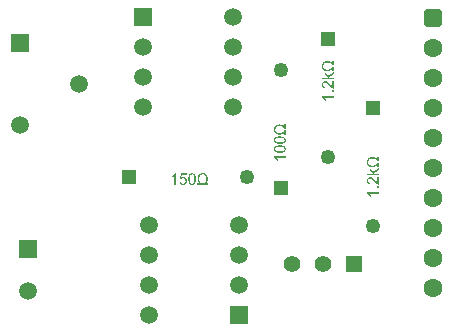
<source format=gbr>
%TF.GenerationSoftware,Altium Limited,Altium Designer,24.10.1 (45)*%
G04 Layer_Physical_Order=1*
G04 Layer_Color=255*
%FSLAX45Y45*%
%MOMM*%
%TF.SameCoordinates,84579A9D-6CBE-44F1-8994-53D447095AA9*%
%TF.FilePolarity,Positive*%
%TF.FileFunction,Copper,L1,Top,Signal*%
%TF.Part,Single*%
G01*
G75*
%TA.AperFunction,Conductor*%
%ADD10C,0.50800*%
%TA.AperFunction,ComponentPad*%
%ADD11R,1.50000X1.50000*%
%ADD12C,1.50000*%
%ADD13R,1.25000X1.25000*%
%ADD14C,1.25000*%
%ADD15R,1.50800X1.50800*%
%ADD16C,1.50800*%
%ADD17R,1.25000X1.25000*%
%ADD18C,1.60000*%
G04:AMPARAMS|DCode=19|XSize=1.6mm|YSize=1.6mm|CornerRadius=0.4mm|HoleSize=0mm|Usage=FLASHONLY|Rotation=270.000|XOffset=0mm|YOffset=0mm|HoleType=Round|Shape=RoundedRectangle|*
%AMROUNDEDRECTD19*
21,1,1.60000,0.80000,0,0,270.0*
21,1,0.80000,1.60000,0,0,270.0*
1,1,0.80000,-0.40000,-0.40000*
1,1,0.80000,-0.40000,0.40000*
1,1,0.80000,0.40000,0.40000*
1,1,0.80000,0.40000,-0.40000*
%
%ADD19ROUNDEDRECTD19*%
%ADD20C,1.40000*%
%ADD21R,1.40000X1.40000*%
G36*
X2781300Y1794137D02*
X2770602D01*
X2770453Y1794434D01*
X2770007Y1795177D01*
X2769413Y1796365D01*
X2768373Y1797851D01*
X2767184Y1799634D01*
X2765549Y1801566D01*
X2763766Y1803646D01*
X2761538Y1805875D01*
X2758863Y1808104D01*
X2756040Y1810184D01*
X2752771Y1812116D01*
X2749056Y1813899D01*
X2745044Y1815385D01*
X2740735Y1816574D01*
X2735831Y1817317D01*
X2730631Y1817614D01*
X2730482D01*
X2729888D01*
X2728996D01*
X2727956Y1817465D01*
X2726470Y1817317D01*
X2724836Y1817168D01*
X2723053Y1816871D01*
X2721121Y1816574D01*
X2716812Y1815534D01*
X2714583Y1814939D01*
X2712354Y1814048D01*
X2710125Y1813008D01*
X2707897Y1811967D01*
X2705816Y1810630D01*
X2703736Y1809144D01*
X2703587Y1808996D01*
X2703290Y1808698D01*
X2702696Y1808253D01*
X2702102Y1807658D01*
X2701210Y1806767D01*
X2700318Y1805875D01*
X2699427Y1804687D01*
X2698387Y1803349D01*
X2697347Y1801863D01*
X2696455Y1800229D01*
X2694672Y1796514D01*
X2694078Y1794434D01*
X2693483Y1792205D01*
X2693186Y1789976D01*
X2693038Y1787450D01*
Y1786113D01*
X2693186Y1785221D01*
X2693335Y1784032D01*
X2693632Y1782695D01*
X2693929Y1781209D01*
X2694375Y1779575D01*
X2694969Y1777792D01*
X2695712Y1776009D01*
X2696455Y1774226D01*
X2697495Y1772442D01*
X2698833Y1770511D01*
X2700170Y1768728D01*
X2701804Y1767093D01*
X2703736Y1765459D01*
X2703885Y1765310D01*
X2704182Y1765162D01*
X2704776Y1764716D01*
X2705668Y1764121D01*
X2706708Y1763527D01*
X2707897Y1762933D01*
X2709382Y1762190D01*
X2711017Y1761447D01*
X2712800Y1760555D01*
X2714880Y1759812D01*
X2716961Y1759218D01*
X2719338Y1758624D01*
X2724390Y1757583D01*
X2727065Y1757435D01*
X2729888Y1757286D01*
X2730036D01*
X2730185D01*
X2730631D01*
X2731225D01*
X2732711Y1757435D01*
X2734643Y1757732D01*
X2737020Y1758029D01*
X2739843Y1758475D01*
X2742815Y1759218D01*
X2745936Y1760258D01*
X2749353Y1761447D01*
X2752771Y1763081D01*
X2756188Y1764864D01*
X2759457Y1767242D01*
X2762578Y1769916D01*
X2765549Y1773037D01*
X2768224Y1776603D01*
X2770602Y1780764D01*
X2781300D01*
Y1742873D01*
X2769859D01*
Y1764121D01*
X2769710Y1763973D01*
X2769116Y1763230D01*
X2768075Y1762190D01*
X2766887Y1761001D01*
X2765252Y1759367D01*
X2763321Y1757732D01*
X2760943Y1755949D01*
X2758417Y1754017D01*
X2755594Y1752086D01*
X2752325Y1750303D01*
X2749056Y1748668D01*
X2745341Y1747034D01*
X2741478Y1745845D01*
X2737317Y1744805D01*
X2733008Y1744210D01*
X2728551Y1743913D01*
X2728402D01*
X2727956D01*
X2727213D01*
X2726322Y1744062D01*
X2725133D01*
X2723796Y1744210D01*
X2722310Y1744359D01*
X2720675Y1744508D01*
X2716961Y1745251D01*
X2712949Y1746142D01*
X2708937Y1747331D01*
X2704925Y1749114D01*
X2704776D01*
X2704479Y1749411D01*
X2703885Y1749708D01*
X2703142Y1750154D01*
X2702250Y1750600D01*
X2701210Y1751343D01*
X2698833Y1752977D01*
X2696158Y1755206D01*
X2693483Y1757732D01*
X2690809Y1760704D01*
X2688283Y1764121D01*
X2688134Y1764270D01*
X2687985Y1764567D01*
X2687688Y1765162D01*
X2687243Y1765905D01*
X2686797Y1766796D01*
X2686351Y1767985D01*
X2685757Y1769322D01*
X2685162Y1770808D01*
X2684568Y1772442D01*
X2683974Y1774226D01*
X2683082Y1778237D01*
X2682339Y1782695D01*
X2682042Y1787599D01*
Y1788936D01*
X2682190Y1789828D01*
Y1791016D01*
X2682339Y1792354D01*
X2682488Y1793839D01*
X2682785Y1795474D01*
X2683379Y1799040D01*
X2684419Y1802903D01*
X2685757Y1806618D01*
X2687688Y1810184D01*
Y1810333D01*
X2687985Y1810630D01*
X2688283Y1811076D01*
X2688728Y1811670D01*
X2690066Y1813305D01*
X2691849Y1815385D01*
X2694078Y1817762D01*
X2696901Y1820288D01*
X2700170Y1822814D01*
X2703885Y1825043D01*
X2704033D01*
X2704330Y1825341D01*
X2704925Y1825638D01*
X2705668Y1825935D01*
X2706708Y1826381D01*
X2707897Y1826975D01*
X2709234Y1827421D01*
X2710868Y1828015D01*
X2712651Y1828609D01*
X2714435Y1829055D01*
X2718744Y1830095D01*
X2723350Y1830690D01*
X2728551Y1830987D01*
X2728848D01*
X2729591D01*
X2730928Y1830838D01*
X2732711Y1830690D01*
X2734791Y1830393D01*
X2737169Y1829947D01*
X2739992Y1829352D01*
X2742964Y1828461D01*
X2746084Y1827421D01*
X2749353Y1826083D01*
X2752771Y1824449D01*
X2756337Y1822517D01*
X2759754Y1820140D01*
X2763321Y1817465D01*
X2766590Y1814345D01*
X2769859Y1810779D01*
Y1832027D01*
X2781300D01*
Y1794137D01*
D02*
G37*
G36*
X2737466Y1729797D02*
X2739100D01*
X2741032Y1729649D01*
X2743112Y1729500D01*
X2747570Y1729054D01*
X2752176Y1728460D01*
X2756783Y1727568D01*
X2758863Y1726974D01*
X2760943Y1726380D01*
X2761092D01*
X2761389Y1726231D01*
X2761983Y1726082D01*
X2762726Y1725785D01*
X2763618Y1725339D01*
X2764509Y1724894D01*
X2766887Y1723705D01*
X2769561Y1722219D01*
X2772236Y1720436D01*
X2774911Y1718356D01*
X2777288Y1715830D01*
Y1715681D01*
X2777585Y1715533D01*
X2777734Y1715087D01*
X2778180Y1714641D01*
X2779071Y1713006D01*
X2780111Y1711075D01*
X2781151Y1708400D01*
X2782043Y1705428D01*
X2782637Y1702011D01*
X2782934Y1698147D01*
Y1696810D01*
X2782786Y1695770D01*
X2782637Y1694581D01*
X2782340Y1693244D01*
X2782043Y1691758D01*
X2781746Y1690124D01*
X2780557Y1686557D01*
X2779666Y1684626D01*
X2778774Y1682843D01*
X2777585Y1680911D01*
X2776248Y1679128D01*
X2774762Y1677493D01*
X2772979Y1675859D01*
X2772830Y1675710D01*
X2772385Y1675413D01*
X2771642Y1674967D01*
X2770602Y1674373D01*
X2769264Y1673630D01*
X2767630Y1672887D01*
X2765698Y1671996D01*
X2763321Y1671104D01*
X2760795Y1670213D01*
X2757823Y1669321D01*
X2754554Y1668578D01*
X2750988Y1667835D01*
X2746976Y1667241D01*
X2742815Y1666795D01*
X2738060Y1666498D01*
X2733157Y1666349D01*
X2733008D01*
X2732414D01*
X2731522D01*
X2730334D01*
X2728848Y1666498D01*
X2727213D01*
X2725282Y1666646D01*
X2723201Y1666795D01*
X2718744Y1667241D01*
X2714137Y1667835D01*
X2709531Y1668578D01*
X2707451Y1669172D01*
X2705371Y1669767D01*
X2705222D01*
X2704925Y1669915D01*
X2704330Y1670213D01*
X2703587Y1670510D01*
X2702696Y1670807D01*
X2701656Y1671253D01*
X2699278Y1672441D01*
X2696604Y1673927D01*
X2693929Y1675710D01*
X2691403Y1677791D01*
X2689026Y1680317D01*
Y1680465D01*
X2688728Y1680614D01*
X2688431Y1681060D01*
X2688134Y1681654D01*
X2687243Y1683140D01*
X2686054Y1685220D01*
X2685014Y1687746D01*
X2684122Y1690867D01*
X2683528Y1694284D01*
X2683231Y1698147D01*
Y1699485D01*
X2683379Y1700971D01*
X2683676Y1702754D01*
X2683974Y1704834D01*
X2684568Y1707211D01*
X2685459Y1709589D01*
X2686500Y1711818D01*
X2686648Y1712115D01*
X2687094Y1712858D01*
X2687837Y1713898D01*
X2688728Y1715384D01*
X2690066Y1716870D01*
X2691700Y1718504D01*
X2693483Y1720139D01*
X2695564Y1721625D01*
X2695861Y1721773D01*
X2696604Y1722219D01*
X2697941Y1722962D01*
X2699575Y1723854D01*
X2701656Y1724745D01*
X2704182Y1725785D01*
X2707005Y1726825D01*
X2710125Y1727717D01*
X2710274D01*
X2710571Y1727865D01*
X2711017D01*
X2711760Y1728014D01*
X2712503Y1728311D01*
X2713543Y1728460D01*
X2714880Y1728608D01*
X2716218Y1728906D01*
X2717852Y1729054D01*
X2719487Y1729203D01*
X2721418Y1729500D01*
X2723498Y1729649D01*
X2725727Y1729797D01*
X2727956D01*
X2733157Y1729946D01*
X2733305D01*
X2733900D01*
X2734791D01*
X2735980D01*
X2737466Y1729797D01*
D02*
G37*
G36*
Y1654016D02*
X2739100D01*
X2741032Y1653868D01*
X2743112Y1653719D01*
X2747570Y1653273D01*
X2752176Y1652679D01*
X2756783Y1651787D01*
X2758863Y1651193D01*
X2760943Y1650599D01*
X2761092D01*
X2761389Y1650450D01*
X2761983Y1650301D01*
X2762726Y1650004D01*
X2763618Y1649559D01*
X2764509Y1649113D01*
X2766887Y1647924D01*
X2769561Y1646438D01*
X2772236Y1644655D01*
X2774911Y1642575D01*
X2777288Y1640049D01*
Y1639900D01*
X2777585Y1639752D01*
X2777734Y1639306D01*
X2778180Y1638860D01*
X2779071Y1637226D01*
X2780111Y1635294D01*
X2781151Y1632619D01*
X2782043Y1629647D01*
X2782637Y1626230D01*
X2782934Y1622367D01*
Y1621029D01*
X2782786Y1619989D01*
X2782637Y1618800D01*
X2782340Y1617463D01*
X2782043Y1615977D01*
X2781746Y1614343D01*
X2780557Y1610777D01*
X2779666Y1608845D01*
X2778774Y1607062D01*
X2777585Y1605130D01*
X2776248Y1603347D01*
X2774762Y1601713D01*
X2772979Y1600078D01*
X2772830Y1599929D01*
X2772385Y1599632D01*
X2771642Y1599187D01*
X2770602Y1598592D01*
X2769264Y1597849D01*
X2767630Y1597106D01*
X2765698Y1596215D01*
X2763321Y1595323D01*
X2760795Y1594432D01*
X2757823Y1593540D01*
X2754554Y1592797D01*
X2750988Y1592054D01*
X2746976Y1591460D01*
X2742815Y1591014D01*
X2738060Y1590717D01*
X2733157Y1590568D01*
X2733008D01*
X2732414D01*
X2731522D01*
X2730334D01*
X2728848Y1590717D01*
X2727213D01*
X2725282Y1590865D01*
X2723201Y1591014D01*
X2718744Y1591460D01*
X2714137Y1592054D01*
X2709531Y1592797D01*
X2707451Y1593392D01*
X2705371Y1593986D01*
X2705222D01*
X2704925Y1594134D01*
X2704330Y1594432D01*
X2703587Y1594729D01*
X2702696Y1595026D01*
X2701656Y1595472D01*
X2699278Y1596661D01*
X2696604Y1598146D01*
X2693929Y1599929D01*
X2691403Y1602010D01*
X2689026Y1604536D01*
Y1604684D01*
X2688728Y1604833D01*
X2688431Y1605279D01*
X2688134Y1605873D01*
X2687243Y1607359D01*
X2686054Y1609439D01*
X2685014Y1611965D01*
X2684122Y1615086D01*
X2683528Y1618503D01*
X2683231Y1622367D01*
Y1623704D01*
X2683379Y1625190D01*
X2683676Y1626973D01*
X2683974Y1629053D01*
X2684568Y1631431D01*
X2685459Y1633808D01*
X2686500Y1636037D01*
X2686648Y1636334D01*
X2687094Y1637077D01*
X2687837Y1638117D01*
X2688728Y1639603D01*
X2690066Y1641089D01*
X2691700Y1642723D01*
X2693483Y1644358D01*
X2695564Y1645844D01*
X2695861Y1645992D01*
X2696604Y1646438D01*
X2697941Y1647181D01*
X2699575Y1648073D01*
X2701656Y1648964D01*
X2704182Y1650004D01*
X2707005Y1651044D01*
X2710125Y1651936D01*
X2710274D01*
X2710571Y1652085D01*
X2711017D01*
X2711760Y1652233D01*
X2712503Y1652530D01*
X2713543Y1652679D01*
X2714880Y1652828D01*
X2716218Y1653125D01*
X2717852Y1653273D01*
X2719487Y1653422D01*
X2721418Y1653719D01*
X2723498Y1653868D01*
X2725727Y1654016D01*
X2727956D01*
X2733157Y1654165D01*
X2733305D01*
X2733900D01*
X2734791D01*
X2735980D01*
X2737466Y1654016D01*
D02*
G37*
G36*
X2781300Y1547923D02*
X2704925D01*
X2705073Y1547774D01*
X2705668Y1547180D01*
X2706411Y1546140D01*
X2707451Y1544803D01*
X2708788Y1543168D01*
X2710125Y1541236D01*
X2711760Y1539008D01*
X2713246Y1536482D01*
Y1536333D01*
X2713394Y1536184D01*
X2713989Y1535293D01*
X2714732Y1533956D01*
X2715623Y1532321D01*
X2716663Y1530389D01*
X2717555Y1528309D01*
X2718595Y1526080D01*
X2719487Y1524000D01*
X2707748D01*
Y1524149D01*
X2707599Y1524446D01*
X2707302Y1525040D01*
X2706856Y1525634D01*
X2706411Y1526526D01*
X2705965Y1527566D01*
X2704628Y1529944D01*
X2702993Y1532618D01*
X2701061Y1535590D01*
X2698833Y1538562D01*
X2696455Y1541385D01*
X2696307Y1541534D01*
X2696158Y1541682D01*
X2695266Y1542574D01*
X2693929Y1543911D01*
X2692295Y1545546D01*
X2690214Y1547329D01*
X2687985Y1549112D01*
X2685608Y1550746D01*
X2683231Y1552084D01*
Y1559959D01*
X2781300D01*
Y1547923D01*
D02*
G37*
G36*
X3568700Y1519649D02*
X3558002D01*
X3557853Y1519946D01*
X3557407Y1520689D01*
X3556813Y1521878D01*
X3555773Y1523364D01*
X3554584Y1525147D01*
X3552949Y1527078D01*
X3551166Y1529159D01*
X3548938Y1531388D01*
X3546263Y1533616D01*
X3543440Y1535697D01*
X3540171Y1537628D01*
X3536456Y1539411D01*
X3532444Y1540897D01*
X3528135Y1542086D01*
X3523231Y1542829D01*
X3518031Y1543126D01*
X3517882D01*
X3517288D01*
X3516396D01*
X3515356Y1542978D01*
X3513870Y1542829D01*
X3512236Y1542680D01*
X3510453Y1542383D01*
X3508521Y1542086D01*
X3504212Y1541046D01*
X3501983Y1540452D01*
X3499754Y1539560D01*
X3497525Y1538520D01*
X3495297Y1537480D01*
X3493216Y1536142D01*
X3491136Y1534657D01*
X3490987Y1534508D01*
X3490690Y1534211D01*
X3490096Y1533765D01*
X3489502Y1533171D01*
X3488610Y1532279D01*
X3487718Y1531388D01*
X3486827Y1530199D01*
X3485787Y1528862D01*
X3484747Y1527376D01*
X3483855Y1525741D01*
X3482072Y1522026D01*
X3481478Y1519946D01*
X3480883Y1517717D01*
X3480586Y1515488D01*
X3480438Y1512962D01*
Y1511625D01*
X3480586Y1510734D01*
X3480735Y1509545D01*
X3481032Y1508208D01*
X3481329Y1506722D01*
X3481775Y1505087D01*
X3482369Y1503304D01*
X3483112Y1501521D01*
X3483855Y1499738D01*
X3484895Y1497955D01*
X3486233Y1496023D01*
X3487570Y1494240D01*
X3489204Y1492606D01*
X3491136Y1490971D01*
X3491285Y1490823D01*
X3491582Y1490674D01*
X3492176Y1490228D01*
X3493068Y1489634D01*
X3494108Y1489039D01*
X3495297Y1488445D01*
X3496782Y1487702D01*
X3498417Y1486959D01*
X3500200Y1486068D01*
X3502280Y1485325D01*
X3504361Y1484730D01*
X3506738Y1484136D01*
X3511790Y1483096D01*
X3514465Y1482947D01*
X3517288Y1482799D01*
X3517436D01*
X3517585D01*
X3518031D01*
X3518625D01*
X3520111Y1482947D01*
X3522043Y1483244D01*
X3524420Y1483542D01*
X3527243Y1483987D01*
X3530215Y1484730D01*
X3533336Y1485770D01*
X3536753Y1486959D01*
X3540171Y1488594D01*
X3543588Y1490377D01*
X3546857Y1492754D01*
X3549978Y1495429D01*
X3552949Y1498549D01*
X3555624Y1502115D01*
X3558002Y1506276D01*
X3568700D01*
Y1468385D01*
X3557259D01*
Y1489634D01*
X3557110Y1489485D01*
X3556516Y1488742D01*
X3555475Y1487702D01*
X3554287Y1486513D01*
X3552652Y1484879D01*
X3550721Y1483244D01*
X3548343Y1481461D01*
X3545817Y1479530D01*
X3542994Y1477598D01*
X3539725Y1475815D01*
X3536456Y1474180D01*
X3532741Y1472546D01*
X3528878Y1471357D01*
X3524717Y1470317D01*
X3520408Y1469723D01*
X3515951Y1469426D01*
X3515802D01*
X3515356D01*
X3514613D01*
X3513722Y1469574D01*
X3512533D01*
X3511196Y1469723D01*
X3509710Y1469871D01*
X3508075Y1470020D01*
X3504361Y1470763D01*
X3500349Y1471654D01*
X3496337Y1472843D01*
X3492325Y1474626D01*
X3492176D01*
X3491879Y1474923D01*
X3491285Y1475221D01*
X3490542Y1475666D01*
X3489650Y1476112D01*
X3488610Y1476855D01*
X3486233Y1478490D01*
X3483558Y1480718D01*
X3480883Y1483244D01*
X3478209Y1486216D01*
X3475683Y1489634D01*
X3475534Y1489782D01*
X3475385Y1490080D01*
X3475088Y1490674D01*
X3474643Y1491417D01*
X3474197Y1492308D01*
X3473751Y1493497D01*
X3473157Y1494834D01*
X3472562Y1496320D01*
X3471968Y1497955D01*
X3471374Y1499738D01*
X3470482Y1503750D01*
X3469739Y1508208D01*
X3469442Y1513111D01*
Y1514448D01*
X3469590Y1515340D01*
Y1516529D01*
X3469739Y1517866D01*
X3469888Y1519352D01*
X3470185Y1520986D01*
X3470779Y1524552D01*
X3471819Y1528416D01*
X3473157Y1532131D01*
X3475088Y1535697D01*
Y1535845D01*
X3475385Y1536142D01*
X3475683Y1536588D01*
X3476128Y1537183D01*
X3477466Y1538817D01*
X3479249Y1540897D01*
X3481478Y1543275D01*
X3484301Y1545801D01*
X3487570Y1548327D01*
X3491285Y1550556D01*
X3491433D01*
X3491730Y1550853D01*
X3492325Y1551150D01*
X3493068Y1551447D01*
X3494108Y1551893D01*
X3495297Y1552487D01*
X3496634Y1552933D01*
X3498268Y1553528D01*
X3500051Y1554122D01*
X3501835Y1554568D01*
X3506144Y1555608D01*
X3510750Y1556202D01*
X3515951Y1556499D01*
X3516248D01*
X3516991D01*
X3518328Y1556351D01*
X3520111Y1556202D01*
X3522191Y1555905D01*
X3524569Y1555459D01*
X3527392Y1554865D01*
X3530364Y1553973D01*
X3533484Y1552933D01*
X3536753Y1551596D01*
X3540171Y1549961D01*
X3543737Y1548030D01*
X3547154Y1545652D01*
X3550721Y1542978D01*
X3553990Y1539857D01*
X3557259Y1536291D01*
Y1557539D01*
X3568700D01*
Y1519649D01*
D02*
G37*
G36*
Y1446543D02*
X3532593Y1423065D01*
X3540616Y1414744D01*
X3568700D01*
Y1402709D01*
X3471076D01*
Y1414744D01*
X3526649D01*
X3497971Y1443125D01*
Y1458727D01*
X3524272Y1431684D01*
X3568700Y1461402D01*
Y1446543D01*
D02*
G37*
G36*
Y1322024D02*
X3568551D01*
X3567957D01*
X3567066D01*
X3566025Y1322173D01*
X3564837Y1322321D01*
X3563499Y1322470D01*
X3562013Y1322916D01*
X3560528Y1323362D01*
X3560379D01*
X3560230Y1323510D01*
X3559339Y1323807D01*
X3558150Y1324402D01*
X3556367Y1325293D01*
X3554435Y1326333D01*
X3552207Y1327819D01*
X3549978Y1329305D01*
X3547600Y1331237D01*
X3547452D01*
X3547303Y1331534D01*
X3546411Y1332277D01*
X3545074Y1333466D01*
X3543291Y1335249D01*
X3541211Y1337478D01*
X3538685Y1340152D01*
X3535862Y1343421D01*
X3532741Y1346987D01*
X3532593Y1347136D01*
X3532147Y1347730D01*
X3531553Y1348473D01*
X3530512Y1349513D01*
X3529472Y1350851D01*
X3528135Y1352337D01*
X3525312Y1355606D01*
X3521894Y1359172D01*
X3518477Y1362738D01*
X3516842Y1364521D01*
X3515208Y1366007D01*
X3513573Y1367344D01*
X3512087Y1368533D01*
X3511939D01*
X3511790Y1368830D01*
X3511344Y1369127D01*
X3510750Y1369424D01*
X3509264Y1370316D01*
X3507332Y1371356D01*
X3505103Y1372396D01*
X3502726Y1373288D01*
X3500051Y1373882D01*
X3497525Y1374179D01*
X3497377D01*
X3497228D01*
X3496337Y1374031D01*
X3494999Y1373882D01*
X3493365Y1373585D01*
X3491433Y1372842D01*
X3489502Y1371951D01*
X3487421Y1370762D01*
X3485490Y1368979D01*
X3485341Y1368682D01*
X3484747Y1368087D01*
X3484004Y1366898D01*
X3482964Y1365413D01*
X3482072Y1363481D01*
X3481329Y1361252D01*
X3480735Y1358577D01*
X3480586Y1355606D01*
Y1354714D01*
X3480735Y1354120D01*
X3480883Y1352634D01*
X3481180Y1350702D01*
X3481923Y1348473D01*
X3482815Y1346096D01*
X3484152Y1343867D01*
X3485935Y1341787D01*
X3486233Y1341638D01*
X3486827Y1341044D01*
X3488016Y1340152D01*
X3489650Y1339261D01*
X3491730Y1338221D01*
X3494108Y1337478D01*
X3496931Y1336883D01*
X3500200Y1336586D01*
X3498863Y1324253D01*
X3498714D01*
X3498268D01*
X3497525Y1324402D01*
X3496634Y1324550D01*
X3495445Y1324847D01*
X3494108Y1324996D01*
X3491136Y1325888D01*
X3487718Y1327076D01*
X3484301Y1328711D01*
X3480883Y1330940D01*
X3479397Y1332128D01*
X3477912Y1333614D01*
X3477763Y1333763D01*
X3477614Y1334060D01*
X3477169Y1334506D01*
X3476723Y1335100D01*
X3476277Y1335992D01*
X3475534Y1337032D01*
X3474940Y1338221D01*
X3474197Y1339558D01*
X3473602Y1341044D01*
X3472859Y1342678D01*
X3472265Y1344610D01*
X3471819Y1346542D01*
X3470928Y1350999D01*
X3470779Y1353377D01*
X3470631Y1355903D01*
Y1357240D01*
X3470779Y1358280D01*
X3470928Y1359469D01*
X3471076Y1360806D01*
X3471225Y1362292D01*
X3471671Y1363927D01*
X3472562Y1367493D01*
X3473900Y1371208D01*
X3474791Y1373139D01*
X3475831Y1374922D01*
X3477169Y1376557D01*
X3478506Y1378191D01*
X3478654Y1378340D01*
X3478803Y1378488D01*
X3479249Y1378934D01*
X3479843Y1379529D01*
X3480735Y1380123D01*
X3481626Y1380866D01*
X3483855Y1382352D01*
X3486678Y1383838D01*
X3489947Y1385175D01*
X3493662Y1386215D01*
X3495742Y1386364D01*
X3497823Y1386512D01*
X3498120D01*
X3498863D01*
X3500051Y1386364D01*
X3501537Y1386215D01*
X3503320Y1385918D01*
X3505252Y1385472D01*
X3507332Y1384878D01*
X3509413Y1383986D01*
X3509710Y1383838D01*
X3510453Y1383541D01*
X3511493Y1382946D01*
X3512979Y1382055D01*
X3514762Y1381015D01*
X3516842Y1379677D01*
X3518922Y1377894D01*
X3521300Y1375962D01*
X3521597Y1375665D01*
X3522489Y1374922D01*
X3523826Y1373585D01*
X3524717Y1372693D01*
X3525757Y1371653D01*
X3526946Y1370465D01*
X3528284Y1368979D01*
X3529621Y1367493D01*
X3531255Y1365858D01*
X3532890Y1364075D01*
X3534673Y1361995D01*
X3536456Y1359915D01*
X3538536Y1357537D01*
X3538685Y1357389D01*
X3538982Y1357092D01*
X3539428Y1356497D01*
X3540022Y1355754D01*
X3541508Y1353971D01*
X3543440Y1351742D01*
X3545520Y1349513D01*
X3547600Y1347136D01*
X3549383Y1345204D01*
X3550126Y1344461D01*
X3550869Y1343718D01*
X3551018Y1343570D01*
X3551464Y1343273D01*
X3552058Y1342678D01*
X3552949Y1341935D01*
X3554881Y1340301D01*
X3557259Y1338666D01*
Y1386661D01*
X3568700D01*
Y1322024D01*
D02*
G37*
G36*
Y1292455D02*
X3555030D01*
Y1306125D01*
X3568700D01*
Y1292455D01*
D02*
G37*
G36*
Y1243123D02*
X3492325D01*
X3492473Y1242974D01*
X3493068Y1242380D01*
X3493811Y1241340D01*
X3494851Y1240003D01*
X3496188Y1238368D01*
X3497525Y1236436D01*
X3499160Y1234208D01*
X3500646Y1231682D01*
Y1231533D01*
X3500794Y1231384D01*
X3501389Y1230493D01*
X3502132Y1229156D01*
X3503023Y1227521D01*
X3504063Y1225589D01*
X3504955Y1223509D01*
X3505995Y1221280D01*
X3506887Y1219200D01*
X3495148D01*
Y1219349D01*
X3494999Y1219646D01*
X3494702Y1220240D01*
X3494256Y1220834D01*
X3493811Y1221726D01*
X3493365Y1222766D01*
X3492028Y1225144D01*
X3490393Y1227818D01*
X3488461Y1230790D01*
X3486233Y1233762D01*
X3483855Y1236585D01*
X3483707Y1236734D01*
X3483558Y1236882D01*
X3482666Y1237774D01*
X3481329Y1239111D01*
X3479695Y1240746D01*
X3477614Y1242529D01*
X3475385Y1244312D01*
X3473008Y1245946D01*
X3470631Y1247284D01*
Y1255159D01*
X3568700D01*
Y1243123D01*
D02*
G37*
G36*
X1942699Y1405496D02*
X1903768D01*
X1898419Y1379196D01*
X1898567Y1379344D01*
X1898865Y1379493D01*
X1899310Y1379790D01*
X1899905Y1380236D01*
X1900796Y1380682D01*
X1901688Y1381128D01*
X1904065Y1382316D01*
X1906740Y1383505D01*
X1909860Y1384397D01*
X1913278Y1385139D01*
X1916844Y1385437D01*
X1918033D01*
X1918924Y1385288D01*
X1920113Y1385139D01*
X1921302Y1384991D01*
X1922788Y1384694D01*
X1924274Y1384397D01*
X1927691Y1383208D01*
X1929474Y1382613D01*
X1931257Y1381722D01*
X1933189Y1380682D01*
X1934972Y1379493D01*
X1936755Y1378156D01*
X1938390Y1376521D01*
X1938538Y1376373D01*
X1938835Y1376075D01*
X1939281Y1375630D01*
X1939727Y1374887D01*
X1940470Y1373995D01*
X1941213Y1372955D01*
X1941956Y1371766D01*
X1942847Y1370429D01*
X1943739Y1368795D01*
X1944482Y1367160D01*
X1945225Y1365228D01*
X1945968Y1363297D01*
X1946413Y1361068D01*
X1946859Y1358839D01*
X1947156Y1356313D01*
X1947305Y1353787D01*
Y1353638D01*
Y1353193D01*
Y1352450D01*
X1947156Y1351558D01*
X1947008Y1350369D01*
X1946859Y1349032D01*
X1946711Y1347546D01*
X1946413Y1345912D01*
X1945373Y1342346D01*
X1944036Y1338631D01*
X1943144Y1336551D01*
X1942104Y1334619D01*
X1940916Y1332687D01*
X1939578Y1330904D01*
X1939430Y1330756D01*
X1939133Y1330458D01*
X1938538Y1329864D01*
X1937795Y1329121D01*
X1936904Y1328229D01*
X1935715Y1327189D01*
X1934378Y1326149D01*
X1932743Y1325109D01*
X1931109Y1323920D01*
X1929177Y1322880D01*
X1926948Y1321840D01*
X1924719Y1320949D01*
X1922193Y1320206D01*
X1919667Y1319611D01*
X1916844Y1319314D01*
X1913872Y1319166D01*
X1912535D01*
X1911643Y1319314D01*
X1910603Y1319463D01*
X1909266Y1319611D01*
X1907780Y1319760D01*
X1906146Y1320057D01*
X1902728Y1320949D01*
X1899162Y1322286D01*
X1897379Y1323177D01*
X1895596Y1324218D01*
X1893813Y1325258D01*
X1892178Y1326595D01*
X1892029Y1326744D01*
X1891881Y1326892D01*
X1891435Y1327338D01*
X1890841Y1327932D01*
X1890246Y1328675D01*
X1889503Y1329567D01*
X1888761Y1330607D01*
X1887869Y1331796D01*
X1886234Y1334619D01*
X1884600Y1338036D01*
X1883411Y1341900D01*
X1882965Y1344129D01*
X1882668Y1346357D01*
X1895298Y1347249D01*
Y1347100D01*
Y1346803D01*
X1895447Y1346357D01*
X1895596Y1345763D01*
X1896041Y1344129D01*
X1896636Y1342048D01*
X1897379Y1339820D01*
X1898567Y1337591D01*
X1899905Y1335362D01*
X1901688Y1333430D01*
X1901985Y1333282D01*
X1902579Y1332687D01*
X1903620Y1332093D01*
X1905105Y1331201D01*
X1906888Y1330458D01*
X1908969Y1329715D01*
X1911346Y1329121D01*
X1913872Y1328972D01*
X1914764D01*
X1915358Y1329121D01*
X1916993Y1329270D01*
X1919073Y1329715D01*
X1921302Y1330607D01*
X1923828Y1331647D01*
X1926205Y1333282D01*
X1927394Y1334173D01*
X1928583Y1335362D01*
Y1335510D01*
X1928880Y1335659D01*
X1929474Y1336551D01*
X1930514Y1338036D01*
X1931554Y1339968D01*
X1932595Y1342494D01*
X1933635Y1345466D01*
X1934229Y1348884D01*
X1934526Y1352747D01*
Y1352895D01*
Y1353193D01*
Y1353787D01*
X1934378Y1354381D01*
Y1355273D01*
X1934229Y1356313D01*
X1933783Y1358690D01*
X1933189Y1361216D01*
X1932149Y1363891D01*
X1930663Y1366566D01*
X1928731Y1368943D01*
X1928434Y1369240D01*
X1927691Y1369835D01*
X1926502Y1370875D01*
X1924719Y1371915D01*
X1922639Y1372955D01*
X1919964Y1373995D01*
X1916993Y1374590D01*
X1913724Y1374887D01*
X1912683D01*
X1911643Y1374738D01*
X1910157Y1374590D01*
X1908523Y1374144D01*
X1906740Y1373698D01*
X1904957Y1372955D01*
X1903174Y1372064D01*
X1903025Y1371915D01*
X1902431Y1371618D01*
X1901539Y1371023D01*
X1900499Y1370280D01*
X1899459Y1369240D01*
X1898270Y1368052D01*
X1897082Y1366714D01*
X1896041Y1365228D01*
X1884749Y1366863D01*
X1894258Y1416938D01*
X1942699D01*
Y1405496D01*
D02*
G37*
G36*
X2081928Y1419910D02*
X2083116D01*
X2084454Y1419761D01*
X2085939Y1419612D01*
X2087574Y1419315D01*
X2091140Y1418721D01*
X2095003Y1417681D01*
X2098718Y1416343D01*
X2102284Y1414412D01*
X2102433D01*
X2102730Y1414115D01*
X2103176Y1413817D01*
X2103770Y1413372D01*
X2105405Y1412034D01*
X2107485Y1410251D01*
X2109862Y1408022D01*
X2112388Y1405199D01*
X2114914Y1401930D01*
X2117143Y1398215D01*
Y1398067D01*
X2117441Y1397770D01*
X2117738Y1397175D01*
X2118035Y1396432D01*
X2118481Y1395392D01*
X2119075Y1394203D01*
X2119521Y1392866D01*
X2120115Y1391232D01*
X2120709Y1389449D01*
X2121155Y1387665D01*
X2122195Y1383356D01*
X2122790Y1378750D01*
X2123087Y1373549D01*
Y1373252D01*
Y1372509D01*
X2122938Y1371172D01*
X2122790Y1369389D01*
X2122493Y1367309D01*
X2122047Y1364931D01*
X2121452Y1362108D01*
X2120561Y1359136D01*
X2119521Y1356016D01*
X2118183Y1352747D01*
X2116549Y1349329D01*
X2114617Y1345763D01*
X2112240Y1342346D01*
X2109565Y1338779D01*
X2106445Y1335510D01*
X2102879Y1332241D01*
X2124127D01*
Y1320800D01*
X2086237D01*
Y1331498D01*
X2086534Y1331647D01*
X2087277Y1332093D01*
X2088465Y1332687D01*
X2089951Y1333727D01*
X2091734Y1334916D01*
X2093666Y1336551D01*
X2095746Y1338334D01*
X2097975Y1340562D01*
X2100204Y1343237D01*
X2102284Y1346060D01*
X2104216Y1349329D01*
X2105999Y1353044D01*
X2107485Y1357056D01*
X2108674Y1361365D01*
X2109417Y1366269D01*
X2109714Y1371469D01*
Y1371618D01*
Y1372212D01*
Y1373104D01*
X2109565Y1374144D01*
X2109417Y1375630D01*
X2109268Y1377264D01*
X2108971Y1379047D01*
X2108674Y1380979D01*
X2107634Y1385288D01*
X2107039Y1387517D01*
X2106148Y1389746D01*
X2105108Y1391975D01*
X2104067Y1394203D01*
X2102730Y1396284D01*
X2101244Y1398364D01*
X2101096Y1398513D01*
X2100798Y1398810D01*
X2100353Y1399404D01*
X2099758Y1399998D01*
X2098867Y1400890D01*
X2097975Y1401782D01*
X2096787Y1402673D01*
X2095449Y1403713D01*
X2093963Y1404753D01*
X2092329Y1405645D01*
X2088614Y1407428D01*
X2086534Y1408022D01*
X2084305Y1408617D01*
X2082076Y1408914D01*
X2079550Y1409062D01*
X2078213D01*
X2077321Y1408914D01*
X2076132Y1408765D01*
X2074795Y1408468D01*
X2073309Y1408171D01*
X2071675Y1407725D01*
X2069892Y1407131D01*
X2068109Y1406388D01*
X2066326Y1405645D01*
X2064542Y1404605D01*
X2062611Y1403267D01*
X2060828Y1401930D01*
X2059193Y1400296D01*
X2057559Y1398364D01*
X2057410Y1398215D01*
X2057262Y1397918D01*
X2056816Y1397324D01*
X2056221Y1396432D01*
X2055627Y1395392D01*
X2055033Y1394203D01*
X2054290Y1392718D01*
X2053547Y1391083D01*
X2052655Y1389300D01*
X2051912Y1387220D01*
X2051318Y1385139D01*
X2050724Y1382762D01*
X2049683Y1377710D01*
X2049535Y1375035D01*
X2049386Y1372212D01*
Y1372064D01*
Y1371915D01*
Y1371469D01*
Y1370875D01*
X2049535Y1369389D01*
X2049832Y1367457D01*
X2050129Y1365080D01*
X2050575Y1362257D01*
X2051318Y1359285D01*
X2052358Y1356164D01*
X2053547Y1352747D01*
X2055181Y1349329D01*
X2056964Y1345912D01*
X2059342Y1342643D01*
X2062016Y1339522D01*
X2065137Y1336551D01*
X2068703Y1333876D01*
X2072864Y1331498D01*
Y1320800D01*
X2034973D01*
Y1332241D01*
X2056221D01*
X2056073Y1332390D01*
X2055330Y1332984D01*
X2054290Y1334025D01*
X2053101Y1335213D01*
X2051467Y1336848D01*
X2049832Y1338779D01*
X2048049Y1341157D01*
X2046117Y1343683D01*
X2044186Y1346506D01*
X2042403Y1349775D01*
X2040768Y1353044D01*
X2039134Y1356759D01*
X2037945Y1360622D01*
X2036905Y1364783D01*
X2036310Y1369092D01*
X2036013Y1373549D01*
Y1373698D01*
Y1374144D01*
Y1374887D01*
X2036162Y1375778D01*
Y1376967D01*
X2036310Y1378304D01*
X2036459Y1379790D01*
X2036608Y1381425D01*
X2037351Y1385139D01*
X2038242Y1389151D01*
X2039431Y1393163D01*
X2041214Y1397175D01*
Y1397324D01*
X2041511Y1397621D01*
X2041808Y1398215D01*
X2042254Y1398958D01*
X2042700Y1399850D01*
X2043443Y1400890D01*
X2045077Y1403267D01*
X2047306Y1405942D01*
X2049832Y1408617D01*
X2052804Y1411291D01*
X2056221Y1413817D01*
X2056370Y1413966D01*
X2056667Y1414115D01*
X2057262Y1414412D01*
X2058005Y1414857D01*
X2058896Y1415303D01*
X2060085Y1415749D01*
X2061422Y1416343D01*
X2062908Y1416938D01*
X2064542Y1417532D01*
X2066326Y1418126D01*
X2070337Y1419018D01*
X2074795Y1419761D01*
X2079699Y1420058D01*
X2081036D01*
X2081928Y1419910D01*
D02*
G37*
G36*
X1852059Y1320800D02*
X1840023D01*
Y1397175D01*
X1839874Y1397027D01*
X1839280Y1396432D01*
X1838240Y1395689D01*
X1836903Y1394649D01*
X1835268Y1393312D01*
X1833336Y1391975D01*
X1831108Y1390340D01*
X1828582Y1388854D01*
X1828433D01*
X1828284Y1388706D01*
X1827393Y1388111D01*
X1826056Y1387368D01*
X1824421Y1386477D01*
X1822489Y1385437D01*
X1820409Y1384545D01*
X1818180Y1383505D01*
X1816100Y1382613D01*
Y1394352D01*
X1816249D01*
X1816546Y1394501D01*
X1817140Y1394798D01*
X1817734Y1395244D01*
X1818626Y1395689D01*
X1819666Y1396135D01*
X1822044Y1397472D01*
X1824718Y1399107D01*
X1827690Y1401039D01*
X1830662Y1403267D01*
X1833485Y1405645D01*
X1833634Y1405793D01*
X1833782Y1405942D01*
X1834674Y1406834D01*
X1836011Y1408171D01*
X1837646Y1409805D01*
X1839429Y1411886D01*
X1841212Y1414115D01*
X1842846Y1416492D01*
X1844184Y1418869D01*
X1852059D01*
Y1320800D01*
D02*
G37*
G36*
X1993071Y1418721D02*
X1994854Y1418424D01*
X1996934Y1418126D01*
X1999311Y1417532D01*
X2001689Y1416641D01*
X2003918Y1415600D01*
X2004215Y1415452D01*
X2004958Y1415006D01*
X2005998Y1414263D01*
X2007484Y1413372D01*
X2008970Y1412034D01*
X2010604Y1410400D01*
X2012239Y1408617D01*
X2013725Y1406536D01*
X2013873Y1406239D01*
X2014319Y1405496D01*
X2015062Y1404159D01*
X2015954Y1402524D01*
X2016845Y1400444D01*
X2017885Y1397918D01*
X2018925Y1395095D01*
X2019817Y1391975D01*
Y1391826D01*
X2019965Y1391529D01*
Y1391083D01*
X2020114Y1390340D01*
X2020411Y1389597D01*
X2020560Y1388557D01*
X2020708Y1387220D01*
X2021006Y1385882D01*
X2021154Y1384248D01*
X2021303Y1382613D01*
X2021600Y1380682D01*
X2021749Y1378602D01*
X2021897Y1376373D01*
Y1374144D01*
X2022046Y1368943D01*
Y1368795D01*
Y1368200D01*
Y1367309D01*
Y1366120D01*
X2021897Y1364634D01*
Y1363000D01*
X2021749Y1361068D01*
X2021600Y1358988D01*
X2021154Y1354530D01*
X2020560Y1349924D01*
X2019668Y1345317D01*
X2019074Y1343237D01*
X2018480Y1341157D01*
Y1341008D01*
X2018331Y1340711D01*
X2018182Y1340117D01*
X2017885Y1339374D01*
X2017439Y1338482D01*
X2016994Y1337591D01*
X2015805Y1335213D01*
X2014319Y1332539D01*
X2012536Y1329864D01*
X2010456Y1327189D01*
X2007930Y1324812D01*
X2007781D01*
X2007633Y1324515D01*
X2007187Y1324366D01*
X2006741Y1323920D01*
X2005106Y1323029D01*
X2003175Y1321989D01*
X2000500Y1320949D01*
X1997528Y1320057D01*
X1994111Y1319463D01*
X1990247Y1319166D01*
X1988910D01*
X1987870Y1319314D01*
X1986681Y1319463D01*
X1985344Y1319760D01*
X1983858Y1320057D01*
X1982224Y1320354D01*
X1978657Y1321543D01*
X1976726Y1322434D01*
X1974943Y1323326D01*
X1973011Y1324515D01*
X1971228Y1325852D01*
X1969593Y1327338D01*
X1967959Y1329121D01*
X1967810Y1329270D01*
X1967513Y1329715D01*
X1967067Y1330458D01*
X1966473Y1331498D01*
X1965730Y1332836D01*
X1964987Y1334470D01*
X1964096Y1336402D01*
X1963204Y1338779D01*
X1962313Y1341305D01*
X1961421Y1344277D01*
X1960678Y1347546D01*
X1959935Y1351112D01*
X1959341Y1355124D01*
X1958895Y1359285D01*
X1958598Y1364040D01*
X1958449Y1368943D01*
Y1369092D01*
Y1369686D01*
Y1370578D01*
Y1371766D01*
X1958598Y1373252D01*
Y1374887D01*
X1958746Y1376818D01*
X1958895Y1378899D01*
X1959341Y1383356D01*
X1959935Y1387963D01*
X1960678Y1392569D01*
X1961272Y1394649D01*
X1961867Y1396729D01*
Y1396878D01*
X1962015Y1397175D01*
X1962313Y1397770D01*
X1962610Y1398513D01*
X1962907Y1399404D01*
X1963353Y1400444D01*
X1964541Y1402822D01*
X1966027Y1405496D01*
X1967810Y1408171D01*
X1969891Y1410697D01*
X1972417Y1413074D01*
X1972565D01*
X1972714Y1413372D01*
X1973160Y1413669D01*
X1973754Y1413966D01*
X1975240Y1414857D01*
X1977320Y1416046D01*
X1979846Y1417086D01*
X1982967Y1417978D01*
X1986384Y1418572D01*
X1990247Y1418869D01*
X1991585D01*
X1993071Y1418721D01*
D02*
G37*
G36*
X3187700Y2332449D02*
X3177002D01*
X3176853Y2332746D01*
X3176407Y2333489D01*
X3175813Y2334678D01*
X3174773Y2336164D01*
X3173584Y2337947D01*
X3171949Y2339878D01*
X3170166Y2341959D01*
X3167938Y2344188D01*
X3165263Y2346416D01*
X3162440Y2348497D01*
X3159171Y2350428D01*
X3155456Y2352211D01*
X3151444Y2353697D01*
X3147135Y2354886D01*
X3142231Y2355629D01*
X3137031Y2355926D01*
X3136882D01*
X3136288D01*
X3135396D01*
X3134356Y2355778D01*
X3132870Y2355629D01*
X3131236Y2355480D01*
X3129453Y2355183D01*
X3127521Y2354886D01*
X3123212Y2353846D01*
X3120983Y2353252D01*
X3118754Y2352360D01*
X3116525Y2351320D01*
X3114297Y2350280D01*
X3112216Y2348942D01*
X3110136Y2347457D01*
X3109987Y2347308D01*
X3109690Y2347011D01*
X3109096Y2346565D01*
X3108502Y2345971D01*
X3107610Y2345079D01*
X3106718Y2344188D01*
X3105827Y2342999D01*
X3104787Y2341662D01*
X3103747Y2340176D01*
X3102855Y2338541D01*
X3101072Y2334826D01*
X3100478Y2332746D01*
X3099883Y2330517D01*
X3099586Y2328288D01*
X3099438Y2325762D01*
Y2324425D01*
X3099586Y2323534D01*
X3099735Y2322345D01*
X3100032Y2321008D01*
X3100329Y2319522D01*
X3100775Y2317887D01*
X3101369Y2316104D01*
X3102112Y2314321D01*
X3102855Y2312538D01*
X3103895Y2310755D01*
X3105233Y2308823D01*
X3106570Y2307040D01*
X3108204Y2305406D01*
X3110136Y2303771D01*
X3110285Y2303623D01*
X3110582Y2303474D01*
X3111176Y2303028D01*
X3112068Y2302434D01*
X3113108Y2301839D01*
X3114297Y2301245D01*
X3115782Y2300502D01*
X3117417Y2299759D01*
X3119200Y2298868D01*
X3121280Y2298125D01*
X3123361Y2297530D01*
X3125738Y2296936D01*
X3130790Y2295896D01*
X3133465Y2295747D01*
X3136288Y2295599D01*
X3136436D01*
X3136585D01*
X3137031D01*
X3137625D01*
X3139111Y2295747D01*
X3141043Y2296044D01*
X3143420Y2296342D01*
X3146243Y2296787D01*
X3149215Y2297530D01*
X3152336Y2298570D01*
X3155753Y2299759D01*
X3159171Y2301394D01*
X3162588Y2303177D01*
X3165857Y2305554D01*
X3168978Y2308229D01*
X3171949Y2311349D01*
X3174624Y2314915D01*
X3177002Y2319076D01*
X3187700D01*
Y2281185D01*
X3176259D01*
Y2302434D01*
X3176110Y2302285D01*
X3175516Y2301542D01*
X3174475Y2300502D01*
X3173287Y2299313D01*
X3171652Y2297679D01*
X3169721Y2296044D01*
X3167343Y2294261D01*
X3164817Y2292330D01*
X3161994Y2290398D01*
X3158725Y2288615D01*
X3155456Y2286980D01*
X3151741Y2285346D01*
X3147878Y2284157D01*
X3143717Y2283117D01*
X3139408Y2282523D01*
X3134951Y2282226D01*
X3134802D01*
X3134356D01*
X3133613D01*
X3132722Y2282374D01*
X3131533D01*
X3130196Y2282523D01*
X3128710Y2282671D01*
X3127075Y2282820D01*
X3123361Y2283563D01*
X3119349Y2284454D01*
X3115337Y2285643D01*
X3111325Y2287426D01*
X3111176D01*
X3110879Y2287723D01*
X3110285Y2288021D01*
X3109542Y2288466D01*
X3108650Y2288912D01*
X3107610Y2289655D01*
X3105233Y2291290D01*
X3102558Y2293518D01*
X3099883Y2296044D01*
X3097209Y2299016D01*
X3094683Y2302434D01*
X3094534Y2302582D01*
X3094385Y2302880D01*
X3094088Y2303474D01*
X3093643Y2304217D01*
X3093197Y2305108D01*
X3092751Y2306297D01*
X3092157Y2307634D01*
X3091562Y2309120D01*
X3090968Y2310755D01*
X3090374Y2312538D01*
X3089482Y2316550D01*
X3088739Y2321008D01*
X3088442Y2325911D01*
Y2327248D01*
X3088590Y2328140D01*
Y2329329D01*
X3088739Y2330666D01*
X3088888Y2332152D01*
X3089185Y2333786D01*
X3089779Y2337352D01*
X3090819Y2341216D01*
X3092157Y2344931D01*
X3094088Y2348497D01*
Y2348645D01*
X3094385Y2348942D01*
X3094683Y2349388D01*
X3095128Y2349983D01*
X3096466Y2351617D01*
X3098249Y2353697D01*
X3100478Y2356075D01*
X3103301Y2358601D01*
X3106570Y2361127D01*
X3110285Y2363356D01*
X3110433D01*
X3110730Y2363653D01*
X3111325Y2363950D01*
X3112068Y2364247D01*
X3113108Y2364693D01*
X3114297Y2365287D01*
X3115634Y2365733D01*
X3117268Y2366327D01*
X3119051Y2366922D01*
X3120835Y2367368D01*
X3125144Y2368408D01*
X3129750Y2369002D01*
X3134951Y2369299D01*
X3135248D01*
X3135991D01*
X3137328Y2369151D01*
X3139111Y2369002D01*
X3141191Y2368705D01*
X3143569Y2368259D01*
X3146392Y2367665D01*
X3149364Y2366773D01*
X3152484Y2365733D01*
X3155753Y2364396D01*
X3159171Y2362761D01*
X3162737Y2360830D01*
X3166154Y2358452D01*
X3169721Y2355778D01*
X3172990Y2352657D01*
X3176259Y2349091D01*
Y2370339D01*
X3187700D01*
Y2332449D01*
D02*
G37*
G36*
Y2259343D02*
X3151593Y2235865D01*
X3159616Y2227544D01*
X3187700D01*
Y2215509D01*
X3090076D01*
Y2227544D01*
X3145649D01*
X3116971Y2255925D01*
Y2271527D01*
X3143272Y2244484D01*
X3187700Y2274202D01*
Y2259343D01*
D02*
G37*
G36*
Y2134824D02*
X3187551D01*
X3186957D01*
X3186066D01*
X3185025Y2134973D01*
X3183837Y2135121D01*
X3182499Y2135270D01*
X3181013Y2135716D01*
X3179528Y2136162D01*
X3179379D01*
X3179230Y2136310D01*
X3178339Y2136607D01*
X3177150Y2137202D01*
X3175367Y2138093D01*
X3173435Y2139133D01*
X3171207Y2140619D01*
X3168978Y2142105D01*
X3166600Y2144037D01*
X3166452D01*
X3166303Y2144334D01*
X3165411Y2145077D01*
X3164074Y2146266D01*
X3162291Y2148049D01*
X3160211Y2150278D01*
X3157685Y2152952D01*
X3154862Y2156221D01*
X3151741Y2159787D01*
X3151593Y2159936D01*
X3151147Y2160530D01*
X3150552Y2161273D01*
X3149512Y2162313D01*
X3148472Y2163651D01*
X3147135Y2165137D01*
X3144312Y2168406D01*
X3140894Y2171972D01*
X3137477Y2175538D01*
X3135842Y2177321D01*
X3134208Y2178807D01*
X3132573Y2180144D01*
X3131087Y2181333D01*
X3130939D01*
X3130790Y2181630D01*
X3130344Y2181927D01*
X3129750Y2182224D01*
X3128264Y2183116D01*
X3126332Y2184156D01*
X3124103Y2185196D01*
X3121726Y2186088D01*
X3119051Y2186682D01*
X3116525Y2186979D01*
X3116377D01*
X3116228D01*
X3115337Y2186831D01*
X3113999Y2186682D01*
X3112365Y2186385D01*
X3110433Y2185642D01*
X3108502Y2184751D01*
X3106421Y2183562D01*
X3104490Y2181779D01*
X3104341Y2181482D01*
X3103747Y2180887D01*
X3103004Y2179698D01*
X3101964Y2178213D01*
X3101072Y2176281D01*
X3100329Y2174052D01*
X3099735Y2171377D01*
X3099586Y2168406D01*
Y2167514D01*
X3099735Y2166920D01*
X3099883Y2165434D01*
X3100180Y2163502D01*
X3100923Y2161273D01*
X3101815Y2158896D01*
X3103152Y2156667D01*
X3104935Y2154587D01*
X3105233Y2154438D01*
X3105827Y2153844D01*
X3107016Y2152952D01*
X3108650Y2152061D01*
X3110730Y2151021D01*
X3113108Y2150278D01*
X3115931Y2149683D01*
X3119200Y2149386D01*
X3117863Y2137053D01*
X3117714D01*
X3117268D01*
X3116525Y2137202D01*
X3115634Y2137350D01*
X3114445Y2137647D01*
X3113108Y2137796D01*
X3110136Y2138688D01*
X3106718Y2139876D01*
X3103301Y2141511D01*
X3099883Y2143740D01*
X3098397Y2144928D01*
X3096912Y2146414D01*
X3096763Y2146563D01*
X3096614Y2146860D01*
X3096169Y2147306D01*
X3095723Y2147900D01*
X3095277Y2148792D01*
X3094534Y2149832D01*
X3093940Y2151021D01*
X3093197Y2152358D01*
X3092602Y2153844D01*
X3091859Y2155478D01*
X3091265Y2157410D01*
X3090819Y2159342D01*
X3089928Y2163799D01*
X3089779Y2166177D01*
X3089631Y2168703D01*
Y2170040D01*
X3089779Y2171080D01*
X3089928Y2172269D01*
X3090076Y2173606D01*
X3090225Y2175092D01*
X3090671Y2176727D01*
X3091562Y2180293D01*
X3092900Y2184008D01*
X3093791Y2185939D01*
X3094831Y2187722D01*
X3096169Y2189357D01*
X3097506Y2190991D01*
X3097654Y2191140D01*
X3097803Y2191288D01*
X3098249Y2191734D01*
X3098843Y2192329D01*
X3099735Y2192923D01*
X3100626Y2193666D01*
X3102855Y2195152D01*
X3105678Y2196638D01*
X3108947Y2197975D01*
X3112662Y2199015D01*
X3114742Y2199164D01*
X3116823Y2199312D01*
X3117120D01*
X3117863D01*
X3119051Y2199164D01*
X3120537Y2199015D01*
X3122320Y2198718D01*
X3124252Y2198272D01*
X3126332Y2197678D01*
X3128413Y2196786D01*
X3128710Y2196638D01*
X3129453Y2196341D01*
X3130493Y2195746D01*
X3131979Y2194855D01*
X3133762Y2193815D01*
X3135842Y2192477D01*
X3137922Y2190694D01*
X3140300Y2188762D01*
X3140597Y2188465D01*
X3141489Y2187722D01*
X3142826Y2186385D01*
X3143717Y2185493D01*
X3144757Y2184453D01*
X3145946Y2183265D01*
X3147284Y2181779D01*
X3148621Y2180293D01*
X3150255Y2178658D01*
X3151890Y2176875D01*
X3153673Y2174795D01*
X3155456Y2172715D01*
X3157536Y2170337D01*
X3157685Y2170189D01*
X3157982Y2169892D01*
X3158428Y2169297D01*
X3159022Y2168554D01*
X3160508Y2166771D01*
X3162440Y2164542D01*
X3164520Y2162313D01*
X3166600Y2159936D01*
X3168383Y2158004D01*
X3169126Y2157261D01*
X3169869Y2156518D01*
X3170018Y2156370D01*
X3170464Y2156073D01*
X3171058Y2155478D01*
X3171949Y2154735D01*
X3173881Y2153101D01*
X3176259Y2151466D01*
Y2199461D01*
X3187700D01*
Y2134824D01*
D02*
G37*
G36*
Y2105255D02*
X3174030D01*
Y2118925D01*
X3187700D01*
Y2105255D01*
D02*
G37*
G36*
Y2055923D02*
X3111325D01*
X3111473Y2055774D01*
X3112068Y2055180D01*
X3112811Y2054140D01*
X3113851Y2052803D01*
X3115188Y2051168D01*
X3116525Y2049236D01*
X3118160Y2047008D01*
X3119646Y2044482D01*
Y2044333D01*
X3119794Y2044184D01*
X3120389Y2043293D01*
X3121132Y2041956D01*
X3122023Y2040321D01*
X3123063Y2038389D01*
X3123955Y2036309D01*
X3124995Y2034080D01*
X3125887Y2032000D01*
X3114148D01*
Y2032149D01*
X3113999Y2032446D01*
X3113702Y2033040D01*
X3113256Y2033634D01*
X3112811Y2034526D01*
X3112365Y2035566D01*
X3111028Y2037944D01*
X3109393Y2040618D01*
X3107461Y2043590D01*
X3105233Y2046562D01*
X3102855Y2049385D01*
X3102707Y2049534D01*
X3102558Y2049682D01*
X3101666Y2050574D01*
X3100329Y2051911D01*
X3098695Y2053546D01*
X3096614Y2055329D01*
X3094385Y2057112D01*
X3092008Y2058746D01*
X3089631Y2060084D01*
Y2067959D01*
X3187700D01*
Y2055923D01*
D02*
G37*
%LPC*%
G36*
X2737466Y1717613D02*
X2733157D01*
X2732860D01*
X2732117D01*
X2730928D01*
X2729293Y1717464D01*
X2727362D01*
X2725133Y1717316D01*
X2722756Y1717167D01*
X2720081Y1716870D01*
X2714732Y1716275D01*
X2709531Y1715235D01*
X2707005Y1714641D01*
X2704776Y1713898D01*
X2702844Y1713006D01*
X2701210Y1711966D01*
X2701061D01*
X2700913Y1711669D01*
X2700021Y1710926D01*
X2698684Y1709737D01*
X2697198Y1708103D01*
X2695712Y1706023D01*
X2694375Y1703645D01*
X2693483Y1700971D01*
X2693335Y1699485D01*
X2693186Y1697999D01*
Y1697256D01*
X2693335Y1696662D01*
X2693483Y1695176D01*
X2694078Y1693244D01*
X2694969Y1691164D01*
X2696158Y1688935D01*
X2697941Y1686706D01*
X2699130Y1685666D01*
X2700318Y1684774D01*
X2700467D01*
X2700764Y1684477D01*
X2701359Y1684180D01*
X2702102Y1683883D01*
X2703142Y1683437D01*
X2704330Y1682843D01*
X2705965Y1682248D01*
X2707748Y1681803D01*
X2709828Y1681208D01*
X2712206Y1680614D01*
X2714880Y1680168D01*
X2718001Y1679574D01*
X2721270Y1679277D01*
X2724836Y1678979D01*
X2728848Y1678682D01*
X2733157D01*
X2733454D01*
X2734197D01*
X2735386D01*
X2737020Y1678831D01*
X2738952D01*
X2741181Y1678979D01*
X2743707Y1679128D01*
X2746233Y1679425D01*
X2751582Y1680019D01*
X2756931Y1681060D01*
X2759309Y1681654D01*
X2761538Y1682397D01*
X2763618Y1683288D01*
X2765252Y1684180D01*
X2765401D01*
X2765549Y1684477D01*
X2766441Y1685220D01*
X2767778Y1686409D01*
X2769116Y1688043D01*
X2770602Y1690124D01*
X2771939Y1692501D01*
X2772830Y1695176D01*
X2772979Y1696662D01*
X2773128Y1698147D01*
Y1698890D01*
X2772979Y1699485D01*
X2772682Y1700971D01*
X2772087Y1702902D01*
X2771196Y1705131D01*
X2769859Y1707360D01*
X2768967Y1708549D01*
X2767778Y1709737D01*
X2766590Y1710926D01*
X2765252Y1711966D01*
X2765104D01*
X2764807Y1712264D01*
X2764361Y1712561D01*
X2763618Y1712858D01*
X2762726Y1713304D01*
X2761389Y1713749D01*
X2759903Y1714195D01*
X2758269Y1714790D01*
X2756188Y1715384D01*
X2753959Y1715830D01*
X2751285Y1716275D01*
X2748313Y1716721D01*
X2745044Y1717167D01*
X2741478Y1717316D01*
X2737466Y1717613D01*
D02*
G37*
G36*
Y1641832D02*
X2733157D01*
X2732860D01*
X2732117D01*
X2730928D01*
X2729293Y1641683D01*
X2727362D01*
X2725133Y1641535D01*
X2722756Y1641386D01*
X2720081Y1641089D01*
X2714732Y1640495D01*
X2709531Y1639454D01*
X2707005Y1638860D01*
X2704776Y1638117D01*
X2702844Y1637226D01*
X2701210Y1636185D01*
X2701061D01*
X2700913Y1635888D01*
X2700021Y1635145D01*
X2698684Y1633957D01*
X2697198Y1632322D01*
X2695712Y1630242D01*
X2694375Y1627864D01*
X2693483Y1625190D01*
X2693335Y1623704D01*
X2693186Y1622218D01*
Y1621475D01*
X2693335Y1620881D01*
X2693483Y1619395D01*
X2694078Y1617463D01*
X2694969Y1615383D01*
X2696158Y1613154D01*
X2697941Y1610925D01*
X2699130Y1609885D01*
X2700318Y1608993D01*
X2700467D01*
X2700764Y1608696D01*
X2701359Y1608399D01*
X2702102Y1608102D01*
X2703142Y1607656D01*
X2704330Y1607062D01*
X2705965Y1606467D01*
X2707748Y1606022D01*
X2709828Y1605427D01*
X2712206Y1604833D01*
X2714880Y1604387D01*
X2718001Y1603793D01*
X2721270Y1603496D01*
X2724836Y1603198D01*
X2728848Y1602901D01*
X2733157D01*
X2733454D01*
X2734197D01*
X2735386D01*
X2737020Y1603050D01*
X2738952D01*
X2741181Y1603198D01*
X2743707Y1603347D01*
X2746233Y1603644D01*
X2751582Y1604239D01*
X2756931Y1605279D01*
X2759309Y1605873D01*
X2761538Y1606616D01*
X2763618Y1607508D01*
X2765252Y1608399D01*
X2765401D01*
X2765549Y1608696D01*
X2766441Y1609439D01*
X2767778Y1610628D01*
X2769116Y1612262D01*
X2770602Y1614343D01*
X2771939Y1616720D01*
X2772830Y1619395D01*
X2772979Y1620881D01*
X2773128Y1622367D01*
Y1623110D01*
X2772979Y1623704D01*
X2772682Y1625190D01*
X2772087Y1627121D01*
X2771196Y1629350D01*
X2769859Y1631579D01*
X2768967Y1632768D01*
X2767778Y1633957D01*
X2766590Y1635145D01*
X2765252Y1636185D01*
X2765104D01*
X2764807Y1636483D01*
X2764361Y1636780D01*
X2763618Y1637077D01*
X2762726Y1637523D01*
X2761389Y1637969D01*
X2759903Y1638414D01*
X2758269Y1639009D01*
X2756188Y1639603D01*
X2753959Y1640049D01*
X2751285Y1640495D01*
X2748313Y1640940D01*
X2745044Y1641386D01*
X2741478Y1641535D01*
X2737466Y1641832D01*
D02*
G37*
G36*
X1990099Y1408914D02*
X1989356D01*
X1988762Y1408765D01*
X1987276Y1408617D01*
X1985344Y1408022D01*
X1983264Y1407131D01*
X1981035Y1405942D01*
X1978806Y1404159D01*
X1977766Y1402970D01*
X1976874Y1401782D01*
Y1401633D01*
X1976577Y1401336D01*
X1976280Y1400741D01*
X1975983Y1399998D01*
X1975537Y1398958D01*
X1974943Y1397770D01*
X1974348Y1396135D01*
X1973903Y1394352D01*
X1973308Y1392272D01*
X1972714Y1389894D01*
X1972268Y1387220D01*
X1971674Y1384099D01*
X1971377Y1380830D01*
X1971079Y1377264D01*
X1970782Y1373252D01*
Y1368943D01*
Y1368646D01*
Y1367903D01*
Y1366714D01*
X1970931Y1365080D01*
Y1363148D01*
X1971079Y1360919D01*
X1971228Y1358393D01*
X1971525Y1355867D01*
X1972119Y1350518D01*
X1973160Y1345169D01*
X1973754Y1342791D01*
X1974497Y1340562D01*
X1975388Y1338482D01*
X1976280Y1336848D01*
Y1336699D01*
X1976577Y1336551D01*
X1977320Y1335659D01*
X1978509Y1334322D01*
X1980143Y1332984D01*
X1982224Y1331498D01*
X1984601Y1330161D01*
X1987276Y1329270D01*
X1988762Y1329121D01*
X1990247Y1328972D01*
X1990990D01*
X1991585Y1329121D01*
X1993071Y1329418D01*
X1995002Y1330013D01*
X1997231Y1330904D01*
X1999460Y1332241D01*
X2000649Y1333133D01*
X2001837Y1334322D01*
X2003026Y1335510D01*
X2004066Y1336848D01*
Y1336996D01*
X2004364Y1337293D01*
X2004661Y1337739D01*
X2004958Y1338482D01*
X2005404Y1339374D01*
X2005849Y1340711D01*
X2006295Y1342197D01*
X2006890Y1343831D01*
X2007484Y1345912D01*
X2007930Y1348141D01*
X2008375Y1350815D01*
X2008821Y1353787D01*
X2009267Y1357056D01*
X2009416Y1360622D01*
X2009713Y1364634D01*
Y1368943D01*
Y1369240D01*
Y1369983D01*
Y1371172D01*
X2009564Y1372806D01*
Y1374738D01*
X2009416Y1376967D01*
X2009267Y1379344D01*
X2008970Y1382019D01*
X2008375Y1387368D01*
X2007335Y1392569D01*
X2006741Y1395095D01*
X2005998Y1397324D01*
X2005106Y1399256D01*
X2004066Y1400890D01*
Y1401039D01*
X2003769Y1401187D01*
X2003026Y1402079D01*
X2001837Y1403416D01*
X2000203Y1404902D01*
X1998123Y1406388D01*
X1995745Y1407725D01*
X1993071Y1408617D01*
X1991585Y1408765D01*
X1990099Y1408914D01*
D02*
G37*
%LPD*%
D10*
X2814663Y647700D02*
X2838800D01*
X2336800Y1981200D02*
X2340800Y1977200D01*
X3513900D02*
X3517900Y1973200D01*
X3526600Y1964500D01*
D11*
X1574800Y2743200D02*
D03*
X2387600Y215900D02*
D03*
D12*
X1574800Y2489200D02*
D03*
Y2235200D02*
D03*
Y1981200D02*
D03*
X2336800Y2743200D02*
D03*
Y2489200D02*
D03*
Y2235200D02*
D03*
Y1981200D02*
D03*
X2387600Y469900D02*
D03*
Y723900D02*
D03*
Y977900D02*
D03*
X1625600Y215900D02*
D03*
Y469900D02*
D03*
Y723900D02*
D03*
Y977900D02*
D03*
D13*
X1455800Y1384300D02*
D03*
D14*
X2455800D02*
D03*
X3136900Y1557400D02*
D03*
X2743200Y2290700D02*
D03*
X3517900Y973200D02*
D03*
D15*
X596900Y774700D02*
D03*
X530400Y2522900D02*
D03*
D16*
X596900Y424700D02*
D03*
X1030400Y2172900D02*
D03*
X530400Y1822900D02*
D03*
D17*
X3136900Y2557400D02*
D03*
X2743200Y1290700D02*
D03*
X3517900Y1973200D02*
D03*
D18*
X4025900Y444500D02*
D03*
Y698500D02*
D03*
Y1460500D02*
D03*
Y1968500D02*
D03*
Y2476500D02*
D03*
Y2222500D02*
D03*
Y1714500D02*
D03*
Y1206500D02*
D03*
Y952500D02*
D03*
D19*
Y2730500D02*
D03*
D20*
X3098800Y647700D02*
D03*
X2838800D02*
D03*
D21*
X3358800D02*
D03*
%TF.MD5,4f4f78a4215a9b2b1e8e88293f9baffa*%
M02*

</source>
